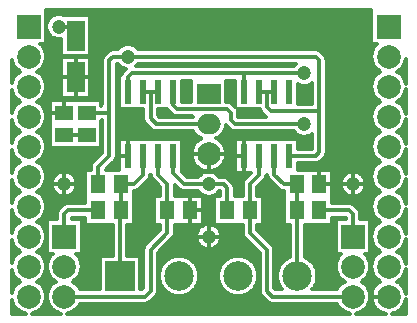
<source format=gbr>
G04 DipTrace 3.1.0.1*
G04 Âåðõíèé.gbr*
%MOIN*%
G04 #@! TF.FileFunction,Copper,L1,Top*
G04 #@! TF.Part,Single*
G04 #@! TA.AperFunction,CopperBalancing*
%ADD14C,0.011811*%
%ADD17R,0.062992X0.100394*%
%ADD18R,0.059055X0.051181*%
G04 #@! TA.AperFunction,ComponentPad*
%ADD19R,0.098425X0.098425*%
%ADD20C,0.098425*%
%ADD21R,0.07874X0.066929*%
%ADD22O,0.07874X0.066929*%
%ADD23C,0.07874*%
%ADD24R,0.07874X0.07874*%
%ADD25R,0.051181X0.059055*%
%ADD26R,0.023622X0.07874*%
G04 #@! TA.AperFunction,ViaPad*
%ADD27C,0.047244*%
%FSLAX26Y26*%
G04*
G70*
G90*
G75*
G01*
G04 Top*
%LPD*%
X368651Y-587500D2*
D14*
Y-675000D1*
X443749Y-493849D2*
Y-556251D1*
X412500Y-587500D1*
X368651D1*
X367224Y-893755D2*
Y-676427D1*
X368651Y-675000D1*
X493749Y-493849D2*
Y-556249D1*
X525000Y-587500D1*
Y-674902D1*
X525098Y-675000D1*
Y-750035D1*
X468799Y-806335D1*
Y-943849D1*
X450148Y-962500D1*
X181252D1*
X443749Y-281251D2*
X493749D1*
X443749D2*
X468799D1*
Y-368789D1*
X487551Y-387541D1*
X662570D1*
X981353D2*
X750079D1*
X737577Y-375039D1*
Y-350037D1*
X725076Y-337535D1*
X556308D1*
X543749Y-324976D1*
Y-281251D1*
X781249D2*
Y-218773D1*
X406293D1*
X393749Y-231316D1*
Y-281251D1*
X981353Y-218773D2*
X781249D1*
X293848Y-587500D2*
Y-531239D1*
X331285Y-493802D1*
Y-350139D1*
Y-175018D1*
X343786Y-162517D1*
X393791D1*
X881249Y-281251D2*
X856340D1*
X831249D1*
X725098Y-675000D2*
Y-600085D1*
X712575Y-587562D1*
X662570D1*
X543749Y-493849D2*
Y-550000D1*
X581311Y-587562D1*
X662570D1*
X393791Y-162517D2*
X1018857D1*
X1031358Y-175018D1*
Y-343786D1*
Y-481301D1*
X1018857Y-493802D1*
X931297D1*
X931249Y-493849D1*
X856340Y-281251D2*
Y-331285D1*
X868841Y-343786D1*
X1031358D1*
X162517Y-62507D2*
X206272D1*
X237385Y-93619D1*
X218773D1*
X256277Y-350139D2*
X331285D1*
X799902Y-675000D2*
Y-587598D1*
X831249Y-556251D1*
Y-493849D1*
X799902Y-675000D2*
Y-749896D1*
X856340Y-806335D1*
Y-943849D1*
X875092Y-962601D1*
X1143647D1*
X1143748Y-962500D1*
X881249Y-493849D2*
Y-556249D1*
X912500Y-587500D1*
X956348D1*
Y-675000D2*
Y-587500D1*
X957776Y-893755D2*
Y-676428D1*
X956348Y-675000D1*
X1031151D2*
X1131298D1*
X1143870Y-687572D1*
Y-762378D1*
X1143748Y-762500D1*
X181252D2*
Y-687589D1*
X193841Y-675000D1*
X293848D1*
X181269Y-424942D2*
X256277D1*
D27*
X181269Y-587562D3*
X393791Y-162517D3*
X662570Y-587562D3*
X981353Y-387541D3*
Y-218773D3*
X162517Y-62507D3*
X662570Y-762580D3*
X1143870Y-587562D3*
X121240Y-17585D2*
D14*
X1203762D1*
X121240Y-29265D2*
X135972D1*
X269639D2*
X1203762D1*
X121240Y-40945D2*
X125524D1*
X269639D2*
X1203762D1*
X269639Y-52625D2*
X1203762D1*
X269639Y-64304D2*
X1203762D1*
X269639Y-75984D2*
X1203762D1*
X121240Y-87664D2*
X127950D1*
X269639D2*
X1203762D1*
X121240Y-99344D2*
X141555D1*
X269639D2*
X1203762D1*
X121240Y-111024D2*
X167899D1*
X269639D2*
X1203762D1*
X105255Y-122703D2*
X167899D1*
X269639D2*
X379852D1*
X407751D2*
X1219726D1*
X113906Y-134383D2*
X167899D1*
X269639D2*
X361673D1*
X425906D2*
X1211098D1*
X118841Y-146063D2*
X167899D1*
X269639D2*
X324995D1*
X1037656D2*
X1206161D1*
X121033Y-157743D2*
X167899D1*
X269639D2*
X313299D1*
X1049328D2*
X1203948D1*
X120825Y-169423D2*
X167899D1*
X269639D2*
X306678D1*
X1055972D2*
X1204177D1*
X118150Y-181102D2*
X167899D1*
X269639D2*
X306009D1*
X1056642D2*
X1206853D1*
X7098Y-192782D2*
X12364D1*
X112636D2*
X167899D1*
X269639D2*
X306009D1*
X356562D2*
X363762D1*
X423829D2*
X947427D1*
X1056642D2*
X1212367D1*
X1312631D2*
X1318073D1*
X7098Y-204462D2*
X21921D1*
X103085D2*
X167899D1*
X269639D2*
X306009D1*
X356562D2*
X385341D1*
X1056642D2*
X1221917D1*
X1303081D2*
X1318043D1*
X7098Y-216142D2*
X27205D1*
X97803D2*
X167899D1*
X269639D2*
X306009D1*
X356562D2*
X373853D1*
X1056642D2*
X1227199D1*
X1297798D2*
X1318043D1*
X7098Y-227822D2*
X15360D1*
X109614D2*
X167899D1*
X269639D2*
X306009D1*
X356562D2*
X362585D1*
X1056642D2*
X1215388D1*
X1309609D2*
X1318043D1*
X116442Y-239501D2*
X167899D1*
X269639D2*
X306009D1*
X356562D2*
X362585D1*
X1056642D2*
X1208560D1*
X120110Y-251181D2*
X167899D1*
X269639D2*
X306009D1*
X356562D2*
X362585D1*
X574927D2*
X603823D1*
X721319D2*
X750076D1*
X1056642D2*
X1204892D1*
X121240Y-262861D2*
X167899D1*
X269639D2*
X306009D1*
X356562D2*
X362585D1*
X574927D2*
X603823D1*
X721319D2*
X750076D1*
X962430D2*
X1006089D1*
X1056642D2*
X1203762D1*
X119972Y-274541D2*
X167899D1*
X269639D2*
X306009D1*
X356562D2*
X362585D1*
X574927D2*
X603823D1*
X721319D2*
X750076D1*
X962430D2*
X1006089D1*
X1056642D2*
X1205031D1*
X116119Y-286220D2*
X167899D1*
X269639D2*
X306009D1*
X356562D2*
X362585D1*
X574927D2*
X603823D1*
X721319D2*
X750076D1*
X962430D2*
X1006089D1*
X1056642D2*
X1208883D1*
X7098Y-297900D2*
X15913D1*
X109060D2*
X167899D1*
X269639D2*
X306009D1*
X356562D2*
X362585D1*
X574927D2*
X603823D1*
X721319D2*
X750076D1*
X962430D2*
X1006089D1*
X1056642D2*
X1215942D1*
X1309056D2*
X1318043D1*
X7098Y-309580D2*
X28197D1*
X96789D2*
X132374D1*
X356562D2*
X362585D1*
X574927D2*
X603823D1*
X721319D2*
X750076D1*
X962430D2*
X1006089D1*
X1056642D2*
X1228215D1*
X1296783D2*
X1318043D1*
X7098Y-321260D2*
X21160D1*
X103824D2*
X132374D1*
X356562D2*
X362585D1*
X744064D2*
X750076D1*
X1056642D2*
X1221156D1*
X1303843D2*
X1318043D1*
X7098Y-332940D2*
X11949D1*
X113075D2*
X132374D1*
X356562D2*
X362585D1*
X1056642D2*
X1211929D1*
X1313070D2*
X1318041D1*
X118403Y-344619D2*
X132374D1*
X356562D2*
X443520D1*
X494072D2*
X528135D1*
X762243D2*
X835083D1*
X1056642D2*
X1206600D1*
X120895Y-356299D2*
X132374D1*
X356562D2*
X443520D1*
X494072D2*
X540016D1*
X762843D2*
X846087D1*
X1056642D2*
X1204085D1*
X120987Y-367979D2*
X132374D1*
X356562D2*
X443520D1*
X1056642D2*
X1204016D1*
X118634Y-379659D2*
X132374D1*
X356562D2*
X446104D1*
X1056642D2*
X1206369D1*
X7098Y-391339D2*
X11488D1*
X113490D2*
X132374D1*
X356562D2*
X456092D1*
X1056642D2*
X1211513D1*
X1313486D2*
X1318054D1*
X7098Y-403018D2*
X20445D1*
X104562D2*
X132374D1*
X356562D2*
X467765D1*
X718944D2*
X730307D1*
X1056642D2*
X1220441D1*
X1304558D2*
X1318043D1*
X7098Y-414698D2*
X29257D1*
X95751D2*
X132374D1*
X356562D2*
X611550D1*
X713591D2*
X948373D1*
X1056642D2*
X1229253D1*
X1295745D2*
X1318043D1*
X7098Y-426378D2*
X16512D1*
X108484D2*
X132374D1*
X356562D2*
X621424D1*
X703718D2*
X964681D1*
X998025D2*
X1006089D1*
X1056642D2*
X1216496D1*
X1308503D2*
X1318043D1*
X115797Y-438058D2*
X132374D1*
X356562D2*
X362585D1*
X574927D2*
X631990D1*
X693152D2*
X750076D1*
X962430D2*
X1006089D1*
X1056642D2*
X1209206D1*
X119811Y-449738D2*
X132374D1*
X356562D2*
X362585D1*
X574927D2*
X617987D1*
X707155D2*
X750076D1*
X962430D2*
X1006089D1*
X1056642D2*
X1205193D1*
X121240Y-461417D2*
X132374D1*
X356562D2*
X362585D1*
X574927D2*
X610097D1*
X715045D2*
X750076D1*
X962430D2*
X1006089D1*
X1056642D2*
X1203762D1*
X120248Y-473097D2*
X306009D1*
X356562D2*
X362585D1*
X574927D2*
X605668D1*
X719474D2*
X750076D1*
X1056642D2*
X1204755D1*
X116765Y-484777D2*
X305063D1*
X356562D2*
X362585D1*
X574927D2*
X603891D1*
X721249D2*
X750076D1*
X1056387D2*
X1208238D1*
X7098Y-496457D2*
X14853D1*
X110168D2*
X293367D1*
X356423D2*
X362555D1*
X574927D2*
X604514D1*
X720604D2*
X750076D1*
X1051266D2*
X1214835D1*
X1310163D2*
X1318043D1*
X7098Y-508136D2*
X26236D1*
X98749D2*
X281696D1*
X351832D2*
X362573D1*
X574927D2*
X607652D1*
X717490D2*
X750076D1*
X1039778D2*
X1226231D1*
X1298768D2*
X1318043D1*
X7098Y-519816D2*
X22706D1*
X102302D2*
X271453D1*
X340529D2*
X362573D1*
X574927D2*
X613719D1*
X711400D2*
X750076D1*
X962430D2*
X1222702D1*
X1302297D2*
X1318043D1*
X7098Y-531496D2*
X12825D1*
X112175D2*
X268570D1*
X328856D2*
X362573D1*
X574927D2*
X624238D1*
X700903D2*
X750076D1*
X962430D2*
X1212828D1*
X1312171D2*
X1318043D1*
X117896Y-543176D2*
X248892D1*
X574927D2*
X646638D1*
X678504D2*
X750076D1*
X1076112D2*
X1207108D1*
X120734Y-554856D2*
X154034D1*
X208508D2*
X248892D1*
X583854D2*
X635333D1*
X689807D2*
X797390D1*
X1076112D2*
X1116633D1*
X1171106D2*
X1204270D1*
X121102Y-566535D2*
X143954D1*
X218589D2*
X248892D1*
X466713D2*
X470787D1*
X725517D2*
X785717D1*
X854217D2*
X858283D1*
X1076112D2*
X1106552D1*
X1181188D2*
X1203900D1*
X119049Y-578215D2*
X139340D1*
X223203D2*
X248892D1*
X457047D2*
X480453D1*
X738482D2*
X776535D1*
X844550D2*
X867955D1*
X1076112D2*
X1101938D1*
X1185802D2*
X1205954D1*
X7098Y-589895D2*
X10705D1*
X114297D2*
X138348D1*
X224196D2*
X248892D1*
X445352D2*
X492148D1*
X748125D2*
X774621D1*
X832854D2*
X879629D1*
X1076112D2*
X1100946D1*
X1186794D2*
X1210706D1*
X1314293D2*
X1318064D1*
X7098Y-601575D2*
X19062D1*
X105946D2*
X140701D1*
X221843D2*
X248892D1*
X433678D2*
X499715D1*
X550266D2*
X560062D1*
X750386D2*
X774621D1*
X825173D2*
X891324D1*
X1076112D2*
X1103299D1*
X1184441D2*
X1219056D1*
X1305942D2*
X1318043D1*
X7098Y-613255D2*
X31518D1*
X93490D2*
X147091D1*
X215429D2*
X248892D1*
X413610D2*
X499715D1*
X550266D2*
X628413D1*
X750386D2*
X774621D1*
X825173D2*
X911394D1*
X1076112D2*
X1109713D1*
X1178028D2*
X1231513D1*
X1293484D2*
X1318043D1*
X7098Y-624934D2*
X17701D1*
X107285D2*
X161348D1*
X201196D2*
X248892D1*
X413610D2*
X499715D1*
X550266D2*
X642647D1*
X682495D2*
X699833D1*
X750386D2*
X774621D1*
X825173D2*
X911394D1*
X1076112D2*
X1123946D1*
X1163794D2*
X1217719D1*
X1307303D2*
X1318043D1*
X115081Y-636614D2*
X248892D1*
X413610D2*
X480130D1*
X644870D2*
X680133D1*
X844874D2*
X911394D1*
X1076112D2*
X1209899D1*
X119465Y-648294D2*
X248892D1*
X413610D2*
X480130D1*
X644870D2*
X680133D1*
X844874D2*
X911394D1*
X1076112D2*
X1205539D1*
X121194Y-659974D2*
X173619D1*
X413610D2*
X480130D1*
X644870D2*
X680133D1*
X844874D2*
X911394D1*
X1151522D2*
X1203808D1*
X120503Y-671654D2*
X161993D1*
X413610D2*
X480130D1*
X644870D2*
X680133D1*
X844874D2*
X911394D1*
X1163148D2*
X1204500D1*
X117343Y-683333D2*
X156365D1*
X413610D2*
X480130D1*
X644870D2*
X680133D1*
X844874D2*
X911394D1*
X1168777D2*
X1207661D1*
X7098Y-695013D2*
X13839D1*
X111182D2*
X155972D1*
X413610D2*
X480130D1*
X644870D2*
X680133D1*
X844874D2*
X911394D1*
X1169146D2*
X1213820D1*
X1311178D2*
X1318043D1*
X7098Y-706693D2*
X24437D1*
X100549D2*
X122524D1*
X239997D2*
X248892D1*
X413610D2*
X480130D1*
X644870D2*
X680133D1*
X844874D2*
X911394D1*
X1076112D2*
X1085000D1*
X1202480D2*
X1224432D1*
X1300567D2*
X1318043D1*
X7098Y-718373D2*
X24367D1*
X100640D2*
X122524D1*
X239997D2*
X248892D1*
X413610D2*
X480130D1*
X644870D2*
X680133D1*
X844874D2*
X911394D1*
X1076112D2*
X1085000D1*
X1202480D2*
X1224362D1*
X1300636D2*
X1318043D1*
X7098Y-730052D2*
X13793D1*
X111228D2*
X122524D1*
X239997D2*
X341950D1*
X392503D2*
X499831D1*
X550382D2*
X635126D1*
X690016D2*
X774621D1*
X825173D2*
X932501D1*
X983054D2*
X1085007D1*
X1202480D2*
X1213774D1*
X1311224D2*
X1318043D1*
X117365Y-741732D2*
X122513D1*
X239997D2*
X341950D1*
X392503D2*
X498146D1*
X550382D2*
X625138D1*
X700004D2*
X774621D1*
X826996D2*
X932501D1*
X983054D2*
X1085007D1*
X1202480D2*
X1207644D1*
X239997Y-753412D2*
X341950D1*
X392503D2*
X486474D1*
X550129D2*
X620593D1*
X704549D2*
X774874D1*
X838668D2*
X932501D1*
X983054D2*
X1085007D1*
X239997Y-765092D2*
X341950D1*
X392503D2*
X474778D1*
X545100D2*
X619647D1*
X705495D2*
X780018D1*
X850364D2*
X932501D1*
X983054D2*
X1085007D1*
X239997Y-776772D2*
X341950D1*
X392503D2*
X463105D1*
X533612D2*
X622070D1*
X703072D2*
X791530D1*
X862037D2*
X932501D1*
X983054D2*
X1085007D1*
X115058Y-788451D2*
X122497D1*
X239997D2*
X341950D1*
X392503D2*
X451433D1*
X521938D2*
X628551D1*
X696589D2*
X803202D1*
X873709D2*
X932501D1*
X983054D2*
X1085007D1*
X1202480D2*
X1209945D1*
X7098Y-800131D2*
X17769D1*
X107238D2*
X122524D1*
X239997D2*
X341950D1*
X392503D2*
X444328D1*
X510266D2*
X642992D1*
X682126D2*
X814875D1*
X880814D2*
X932501D1*
X983054D2*
X1085007D1*
X1202480D2*
X1217765D1*
X1307234D2*
X1318043D1*
X7098Y-811811D2*
X31634D1*
X93374D2*
X122524D1*
X239997D2*
X341950D1*
X392503D2*
X443520D1*
X498571D2*
X826571D1*
X881622D2*
X932501D1*
X983054D2*
X1085007D1*
X1202480D2*
X1231629D1*
X1293369D2*
X1318043D1*
X7098Y-823491D2*
X18992D1*
X106016D2*
X137748D1*
X224748D2*
X341950D1*
X392503D2*
X443520D1*
X494072D2*
X831070D1*
X881622D2*
X932501D1*
X983054D2*
X1100231D1*
X1187255D2*
X1218988D1*
X1306010D2*
X1318043D1*
X7098Y-835171D2*
X10659D1*
X114343D2*
X129421D1*
X233100D2*
X298651D1*
X435802D2*
X443520D1*
X494072D2*
X529566D1*
X598594D2*
X726408D1*
X795438D2*
X831070D1*
X881622D2*
X923274D1*
X992281D2*
X1091904D1*
X1195583D2*
X1210660D1*
X1314339D2*
X1318043D1*
X119072Y-846850D2*
X124692D1*
X237828D2*
X298651D1*
X435802D2*
X443520D1*
X494072D2*
X514479D1*
X613659D2*
X711344D1*
X810501D2*
X831070D1*
X881622D2*
X908186D1*
X1007367D2*
X1087175D1*
X1200311D2*
X1205923D1*
X239858Y-858530D2*
X298651D1*
X435802D2*
X443520D1*
X494072D2*
X505436D1*
X622724D2*
X702278D1*
X819567D2*
X831070D1*
X881622D2*
X899121D1*
X1016409D2*
X1085144D1*
X239466Y-870210D2*
X298651D1*
X435802D2*
X443520D1*
X494072D2*
X499741D1*
X628423D2*
X696580D1*
X825265D2*
X831076D1*
X881622D2*
X893446D1*
X1022108D2*
X1085537D1*
X117873Y-881890D2*
X125869D1*
X236629D2*
X298651D1*
X435802D2*
X443520D1*
X631606D2*
X693398D1*
X881622D2*
X890265D1*
X1025315D2*
X1088374D1*
X1199135D2*
X1207130D1*
X7098Y-893570D2*
X12871D1*
X112129D2*
X131612D1*
X230885D2*
X298651D1*
X435802D2*
X443520D1*
X632667D2*
X692336D1*
X881622D2*
X889206D1*
X1026353D2*
X1094118D1*
X1193391D2*
X1212874D1*
X1312123D2*
X1318043D1*
X7098Y-905249D2*
X22776D1*
X102232D2*
X141531D1*
X220966D2*
X298651D1*
X435802D2*
X443520D1*
X631676D2*
X693328D1*
X881622D2*
X890176D1*
X1025361D2*
X1104014D1*
X1183471D2*
X1222770D1*
X1302227D2*
X1318043D1*
X7098Y-916929D2*
X26167D1*
X98841D2*
X144899D1*
X217597D2*
X298651D1*
X435802D2*
X443520D1*
X494072D2*
X499600D1*
X628538D2*
X696442D1*
X825404D2*
X831050D1*
X881622D2*
X893308D1*
X1022247D2*
X1107406D1*
X1180080D2*
X1226161D1*
X1298836D2*
X1318043D1*
X7098Y-928609D2*
X14807D1*
X110214D2*
X133550D1*
X228948D2*
X298651D1*
X435802D2*
X443520D1*
X494072D2*
X505205D1*
X622955D2*
X702047D1*
X819798D2*
X831070D1*
X881622D2*
X898913D1*
X1016640D2*
X1096033D1*
X1191453D2*
X1214789D1*
X1310209D2*
X1318043D1*
X116789Y-940289D2*
X126975D1*
X494072D2*
X514133D1*
X614005D2*
X710975D1*
X810870D2*
X831070D1*
X1198028D2*
X1208215D1*
X492665Y-951969D2*
X528920D1*
X599218D2*
X725762D1*
X796084D2*
X832476D1*
X484245Y-963648D2*
X840874D1*
X119787Y-975328D2*
X123945D1*
X472572D2*
X852570D1*
X1201050D2*
X1205224D1*
X115773Y-987008D2*
X127991D1*
X234507D2*
X1090496D1*
X1197013D2*
X1209230D1*
X7098Y-998688D2*
X16547D1*
X108437D2*
X135303D1*
X227194D2*
X1097810D1*
X1189699D2*
X1216566D1*
X1308433D2*
X1318043D1*
X7098Y-1010367D2*
X29350D1*
X95635D2*
X148106D1*
X214391D2*
X1110613D1*
X1176898D2*
X1229345D1*
X1295654D2*
X1318043D1*
X181475Y-25234D2*
X268458D1*
Y-162005D1*
X169088D1*
X169058Y-103803D1*
X162517Y-104318D1*
X155976Y-103803D1*
X149597Y-102272D1*
X143535Y-99760D1*
X137941Y-96332D1*
X132953Y-92071D1*
X128692Y-87083D1*
X125264Y-81488D1*
X122752Y-75427D1*
X121220Y-69047D1*
X120706Y-62507D1*
X121220Y-55966D1*
X122752Y-49587D1*
X125264Y-43525D1*
X128692Y-37930D1*
X132953Y-32942D1*
X137941Y-28681D1*
X143535Y-25253D1*
X149597Y-22741D1*
X155976Y-21210D1*
X162517Y-20696D1*
X169058Y-21210D1*
X175437Y-22741D1*
X181465Y-25236D1*
X170269Y-163029D2*
X268458D1*
Y-299801D1*
X169088D1*
Y-163029D1*
X170269D1*
X134734Y-306360D2*
X303993D1*
Y-326037D1*
X307190Y-320612D1*
X307265Y-173127D1*
X307856Y-169394D1*
X309024Y-165798D1*
X310740Y-162429D1*
X312963Y-159370D1*
X326748Y-145479D1*
X329623Y-143024D1*
X332848Y-141049D1*
X336340Y-139602D1*
X340017Y-138719D1*
X343786Y-138423D1*
X359634D1*
X361997Y-135364D1*
X366638Y-130723D1*
X371945Y-126867D1*
X377791Y-123888D1*
X384030Y-121861D1*
X390510Y-120835D1*
X397072D1*
X403552Y-121861D1*
X409791Y-123888D1*
X415638Y-126867D1*
X420945Y-130723D1*
X425585Y-135364D1*
X427938Y-138421D1*
X1020748Y-138497D1*
X1024482Y-139088D1*
X1028077Y-140257D1*
X1031446Y-141974D1*
X1034505Y-144196D1*
X1048396Y-157980D1*
X1050852Y-160856D1*
X1052827Y-164080D1*
X1054273Y-167572D1*
X1055156Y-171249D1*
X1055453Y-175018D1*
X1055378Y-483192D1*
X1054787Y-486925D1*
X1053618Y-490521D1*
X1051903Y-493890D1*
X1049680Y-496949D1*
X1035895Y-510840D1*
X1033020Y-513295D1*
X1029795Y-515270D1*
X1026303Y-516717D1*
X1022626Y-517600D1*
X1018857Y-517896D1*
X961255D1*
X961249Y-539798D1*
X1074930Y-539783D1*
Y-650883D1*
X1133189Y-650980D1*
X1136923Y-651571D1*
X1140518Y-652740D1*
X1143887Y-654455D1*
X1146946Y-656678D1*
X1160908Y-670534D1*
X1163364Y-673409D1*
X1165339Y-676634D1*
X1166785Y-680126D1*
X1167668Y-683803D1*
X1167965Y-687572D1*
Y-704942D1*
X1201307Y-704941D1*
Y-820059D1*
X1182644D1*
X1187516Y-825118D1*
X1190314Y-828668D1*
X1192825Y-832425D1*
X1195034Y-836369D1*
X1196925Y-840474D1*
X1198490Y-844714D1*
X1199717Y-849063D1*
X1200598Y-853496D1*
X1201130Y-857984D1*
X1201307Y-862500D1*
X1201130Y-867016D1*
X1200598Y-871504D1*
X1199717Y-875937D1*
X1198490Y-880286D1*
X1196925Y-884526D1*
X1195034Y-888631D1*
X1192825Y-892575D1*
X1190314Y-896332D1*
X1187516Y-899882D1*
X1184449Y-903201D1*
X1181130Y-906268D1*
X1177580Y-909066D1*
X1172205Y-912483D1*
X1177580Y-915934D1*
X1181130Y-918732D1*
X1184449Y-921799D1*
X1187516Y-925118D1*
X1190314Y-928668D1*
X1192825Y-932425D1*
X1195034Y-936369D1*
X1196925Y-940474D1*
X1198490Y-944714D1*
X1199717Y-949063D1*
X1200598Y-953496D1*
X1201130Y-957984D1*
X1201307Y-962500D1*
X1201130Y-967016D1*
X1200598Y-971504D1*
X1199717Y-975937D1*
X1198490Y-980286D1*
X1196925Y-984526D1*
X1195034Y-988631D1*
X1192825Y-992575D1*
X1190314Y-996332D1*
X1187516Y-999882D1*
X1184449Y-1003201D1*
X1181130Y-1006268D1*
X1177580Y-1009066D1*
X1173823Y-1011577D1*
X1169879Y-1013786D1*
X1165774Y-1015677D1*
X1161534Y-1017241D1*
X1157185Y-1018469D1*
X1153497Y-1019202D1*
X1252570Y-1019196D1*
X1246815Y-1017881D1*
X1241226Y-1015983D1*
X1235860Y-1013524D1*
X1230774Y-1010526D1*
X1226022Y-1007025D1*
X1221654Y-1003054D1*
X1217715Y-998657D1*
X1214248Y-993881D1*
X1211287Y-988773D1*
X1208866Y-983390D1*
X1207008Y-977787D1*
X1205734Y-972024D1*
X1205058Y-966159D1*
X1204984Y-960257D1*
X1205517Y-954378D1*
X1206648Y-948584D1*
X1208367Y-942937D1*
X1210656Y-937496D1*
X1213490Y-932318D1*
X1216839Y-927457D1*
X1220667Y-922965D1*
X1224937Y-918887D1*
X1229601Y-915270D1*
X1233990Y-912501D1*
X1228668Y-909066D1*
X1225118Y-906268D1*
X1221799Y-903201D1*
X1218732Y-899882D1*
X1215934Y-896332D1*
X1213423Y-892575D1*
X1211214Y-888631D1*
X1209323Y-884526D1*
X1207759Y-880286D1*
X1206531Y-875937D1*
X1205650Y-871504D1*
X1205118Y-867016D1*
X1204941Y-862500D1*
X1205118Y-857984D1*
X1205650Y-853496D1*
X1206531Y-849063D1*
X1207759Y-844714D1*
X1209323Y-840474D1*
X1211214Y-836369D1*
X1213423Y-832425D1*
X1215934Y-828668D1*
X1218732Y-825118D1*
X1221799Y-821799D1*
X1225118Y-818732D1*
X1228668Y-815934D1*
X1234043Y-812517D1*
X1228668Y-809066D1*
X1225118Y-806268D1*
X1221799Y-803201D1*
X1218732Y-799882D1*
X1215934Y-796332D1*
X1213423Y-792575D1*
X1211214Y-788631D1*
X1209323Y-784526D1*
X1207759Y-780286D1*
X1206531Y-775937D1*
X1205650Y-771504D1*
X1205118Y-767016D1*
X1204941Y-762500D1*
X1205118Y-757984D1*
X1205650Y-753496D1*
X1206531Y-749063D1*
X1207759Y-744714D1*
X1209323Y-740474D1*
X1211214Y-736369D1*
X1213423Y-732425D1*
X1215934Y-728668D1*
X1218732Y-725118D1*
X1221799Y-721799D1*
X1225118Y-718732D1*
X1228668Y-715934D1*
X1234043Y-712517D1*
X1228668Y-709066D1*
X1225118Y-706268D1*
X1221799Y-703201D1*
X1218732Y-699882D1*
X1215934Y-696332D1*
X1213423Y-692575D1*
X1211214Y-688631D1*
X1209323Y-684526D1*
X1207759Y-680286D1*
X1206531Y-675937D1*
X1205650Y-671504D1*
X1205118Y-667016D1*
X1204941Y-662500D1*
X1205118Y-657984D1*
X1205650Y-653496D1*
X1206531Y-649063D1*
X1207759Y-644714D1*
X1209323Y-640474D1*
X1211214Y-636369D1*
X1213423Y-632425D1*
X1215934Y-628668D1*
X1218732Y-625118D1*
X1221799Y-621799D1*
X1225118Y-618732D1*
X1228668Y-615934D1*
X1234043Y-612517D1*
X1228668Y-609066D1*
X1225118Y-606268D1*
X1221799Y-603201D1*
X1218732Y-599882D1*
X1215934Y-596332D1*
X1213423Y-592575D1*
X1211214Y-588631D1*
X1209323Y-584526D1*
X1207759Y-580286D1*
X1206531Y-575937D1*
X1205650Y-571504D1*
X1205118Y-567016D1*
X1204941Y-562500D1*
X1205118Y-557984D1*
X1205650Y-553496D1*
X1206531Y-549063D1*
X1207759Y-544714D1*
X1209323Y-540474D1*
X1211214Y-536369D1*
X1213423Y-532425D1*
X1215934Y-528668D1*
X1218732Y-525118D1*
X1221799Y-521799D1*
X1225118Y-518732D1*
X1228668Y-515934D1*
X1234043Y-512517D1*
X1228668Y-509066D1*
X1225118Y-506268D1*
X1221799Y-503201D1*
X1218732Y-499882D1*
X1215934Y-496332D1*
X1213423Y-492575D1*
X1211214Y-488631D1*
X1209323Y-484526D1*
X1207759Y-480286D1*
X1206531Y-475937D1*
X1205650Y-471504D1*
X1205118Y-467016D1*
X1204941Y-462500D1*
X1205118Y-457984D1*
X1205650Y-453496D1*
X1206531Y-449063D1*
X1207759Y-444714D1*
X1209323Y-440474D1*
X1211214Y-436369D1*
X1213423Y-432425D1*
X1215934Y-428668D1*
X1218732Y-425118D1*
X1221799Y-421799D1*
X1225118Y-418732D1*
X1228668Y-415934D1*
X1234043Y-412517D1*
X1228668Y-409066D1*
X1225118Y-406268D1*
X1221799Y-403201D1*
X1218732Y-399882D1*
X1215934Y-396332D1*
X1213423Y-392575D1*
X1211214Y-388631D1*
X1209323Y-384526D1*
X1207759Y-380286D1*
X1206531Y-375937D1*
X1205650Y-371504D1*
X1205118Y-367016D1*
X1204941Y-362500D1*
X1205118Y-357984D1*
X1205650Y-353496D1*
X1206531Y-349063D1*
X1207759Y-344714D1*
X1209323Y-340474D1*
X1211214Y-336369D1*
X1213423Y-332425D1*
X1215934Y-328668D1*
X1218732Y-325118D1*
X1221799Y-321799D1*
X1225118Y-318732D1*
X1228668Y-315934D1*
X1234043Y-312517D1*
X1228668Y-309066D1*
X1225118Y-306268D1*
X1221799Y-303201D1*
X1218732Y-299882D1*
X1215934Y-296332D1*
X1213423Y-292575D1*
X1211214Y-288631D1*
X1209323Y-284526D1*
X1207759Y-280286D1*
X1206531Y-275937D1*
X1205650Y-271504D1*
X1205118Y-267016D1*
X1204941Y-262500D1*
X1205118Y-257984D1*
X1205650Y-253496D1*
X1206531Y-249063D1*
X1207759Y-244714D1*
X1209323Y-240474D1*
X1211214Y-236369D1*
X1213423Y-232425D1*
X1215934Y-228668D1*
X1218732Y-225118D1*
X1221799Y-221799D1*
X1225118Y-218732D1*
X1228668Y-215934D1*
X1234043Y-212517D1*
X1228668Y-209066D1*
X1225118Y-206268D1*
X1221799Y-203201D1*
X1218732Y-199882D1*
X1215934Y-196332D1*
X1213423Y-192575D1*
X1211214Y-188631D1*
X1209323Y-184526D1*
X1207759Y-180286D1*
X1206531Y-175937D1*
X1205650Y-171504D1*
X1205118Y-167016D1*
X1204941Y-162500D1*
X1205118Y-157984D1*
X1205650Y-153496D1*
X1206531Y-149063D1*
X1207759Y-144714D1*
X1209323Y-140474D1*
X1211214Y-136369D1*
X1213423Y-132425D1*
X1215934Y-128668D1*
X1218732Y-125118D1*
X1223680Y-120062D1*
X1204941Y-120059D1*
Y-5908D1*
X120068Y-5906D1*
X120059Y-120059D1*
X101396D1*
X106268Y-125118D1*
X109066Y-128668D1*
X111577Y-132425D1*
X113786Y-136369D1*
X115677Y-140474D1*
X117241Y-144714D1*
X118469Y-149063D1*
X119350Y-153496D1*
X119882Y-157984D1*
X120059Y-162500D1*
X119882Y-167016D1*
X119350Y-171504D1*
X118469Y-175937D1*
X117241Y-180286D1*
X115677Y-184526D1*
X113786Y-188631D1*
X111577Y-192575D1*
X109066Y-196332D1*
X106268Y-199882D1*
X103201Y-203201D1*
X99882Y-206268D1*
X96332Y-209066D1*
X90957Y-212483D1*
X96332Y-215934D1*
X99882Y-218732D1*
X103201Y-221799D1*
X106268Y-225118D1*
X109066Y-228668D1*
X111577Y-232425D1*
X113786Y-236369D1*
X115677Y-240474D1*
X117241Y-244714D1*
X118469Y-249063D1*
X119350Y-253496D1*
X119882Y-257984D1*
X120059Y-262500D1*
X119882Y-267016D1*
X119350Y-271504D1*
X118469Y-275937D1*
X117241Y-280286D1*
X115677Y-284526D1*
X113786Y-288631D1*
X111577Y-292575D1*
X109066Y-296332D1*
X106268Y-299882D1*
X103201Y-303201D1*
X99882Y-306268D1*
X96332Y-309066D1*
X90957Y-312483D1*
X96332Y-315934D1*
X99882Y-318732D1*
X103201Y-321799D1*
X106268Y-325118D1*
X109066Y-328668D1*
X111577Y-332425D1*
X113786Y-336369D1*
X115677Y-340474D1*
X117241Y-344714D1*
X118469Y-349063D1*
X119350Y-353496D1*
X119882Y-357984D1*
X120059Y-362500D1*
X119882Y-367016D1*
X119350Y-371504D1*
X118469Y-375937D1*
X117241Y-380286D1*
X115677Y-384526D1*
X113786Y-388631D1*
X111577Y-392575D1*
X109066Y-396332D1*
X106268Y-399882D1*
X103201Y-403201D1*
X99882Y-406268D1*
X96332Y-409066D1*
X90957Y-412483D1*
X96332Y-415934D1*
X99882Y-418732D1*
X103201Y-421799D1*
X106268Y-425118D1*
X109066Y-428668D1*
X111577Y-432425D1*
X113786Y-436369D1*
X115677Y-440474D1*
X117241Y-444714D1*
X118469Y-449063D1*
X119350Y-453496D1*
X119882Y-457984D1*
X120059Y-462500D1*
X119882Y-467016D1*
X119350Y-471504D1*
X118469Y-475937D1*
X117241Y-480286D1*
X115677Y-484526D1*
X113786Y-488631D1*
X111577Y-492575D1*
X109066Y-496332D1*
X106268Y-499882D1*
X103201Y-503201D1*
X99882Y-506268D1*
X96332Y-509066D1*
X90957Y-512483D1*
X96332Y-515934D1*
X99882Y-518732D1*
X103201Y-521799D1*
X106268Y-525118D1*
X109066Y-528668D1*
X111577Y-532425D1*
X113786Y-536369D1*
X115677Y-540474D1*
X117241Y-544714D1*
X118469Y-549063D1*
X119350Y-553496D1*
X119882Y-557984D1*
X120059Y-562500D1*
X119882Y-567016D1*
X119350Y-571504D1*
X118469Y-575937D1*
X117241Y-580286D1*
X115677Y-584526D1*
X113786Y-588631D1*
X111577Y-592575D1*
X109066Y-596332D1*
X106268Y-599882D1*
X103201Y-603201D1*
X99882Y-606268D1*
X96332Y-609066D1*
X90957Y-612483D1*
X96332Y-615934D1*
X99882Y-618732D1*
X103201Y-621799D1*
X106268Y-625118D1*
X109066Y-628668D1*
X111577Y-632425D1*
X113786Y-636369D1*
X115677Y-640474D1*
X117241Y-644714D1*
X118469Y-649063D1*
X119350Y-653496D1*
X119882Y-657984D1*
X120059Y-662500D1*
X119882Y-667016D1*
X119350Y-671504D1*
X118469Y-675937D1*
X117241Y-680286D1*
X115677Y-684526D1*
X113786Y-688631D1*
X111577Y-692575D1*
X109066Y-696332D1*
X106268Y-699882D1*
X103201Y-703201D1*
X99882Y-706268D1*
X96332Y-709066D1*
X90957Y-712483D1*
X96332Y-715934D1*
X99882Y-718732D1*
X103201Y-721799D1*
X106268Y-725118D1*
X109066Y-728668D1*
X111577Y-732425D1*
X113786Y-736369D1*
X115677Y-740474D1*
X117241Y-744714D1*
X118469Y-749063D1*
X119350Y-753496D1*
X119882Y-757984D1*
X120059Y-762500D1*
X119882Y-767016D1*
X119350Y-771504D1*
X118469Y-775937D1*
X117241Y-780286D1*
X115677Y-784526D1*
X113786Y-788631D1*
X111577Y-792575D1*
X109066Y-796332D1*
X106268Y-799882D1*
X103201Y-803201D1*
X99882Y-806268D1*
X96332Y-809066D1*
X90957Y-812483D1*
X96332Y-815934D1*
X99882Y-818732D1*
X103201Y-821799D1*
X106268Y-825118D1*
X109066Y-828668D1*
X111577Y-832425D1*
X113786Y-836369D1*
X115677Y-840474D1*
X117241Y-844714D1*
X118469Y-849063D1*
X119350Y-853496D1*
X119882Y-857984D1*
X120059Y-862500D1*
X119882Y-867016D1*
X119350Y-871504D1*
X118469Y-875937D1*
X117241Y-880286D1*
X115677Y-884526D1*
X113786Y-888631D1*
X111577Y-892575D1*
X109066Y-896332D1*
X106268Y-899882D1*
X103201Y-903201D1*
X99882Y-906268D1*
X96332Y-909066D1*
X90957Y-912483D1*
X96332Y-915934D1*
X99882Y-918732D1*
X103201Y-921799D1*
X106268Y-925118D1*
X109066Y-928668D1*
X111577Y-932425D1*
X113786Y-936369D1*
X115677Y-940474D1*
X117241Y-944714D1*
X118469Y-949063D1*
X119350Y-953496D1*
X119882Y-957984D1*
X120059Y-962500D1*
X119882Y-967016D1*
X119350Y-971504D1*
X118469Y-975937D1*
X117241Y-980286D1*
X115677Y-984526D1*
X113786Y-988631D1*
X111577Y-992575D1*
X109066Y-996332D1*
X106268Y-999882D1*
X103201Y-1003201D1*
X99882Y-1006268D1*
X96332Y-1009066D1*
X92575Y-1011577D1*
X88631Y-1013786D1*
X84526Y-1015677D1*
X80286Y-1017241D1*
X75937Y-1018469D1*
X72249Y-1019202D1*
X171375D1*
X163466Y-1017241D1*
X159226Y-1015677D1*
X155121Y-1013786D1*
X151177Y-1011577D1*
X147420Y-1009066D1*
X143870Y-1006268D1*
X140551Y-1003201D1*
X137484Y-999882D1*
X134686Y-996332D1*
X132175Y-992575D1*
X129966Y-988631D1*
X128075Y-984526D1*
X126510Y-980286D1*
X125283Y-975937D1*
X124402Y-971504D1*
X123870Y-967016D1*
X123693Y-962500D1*
X123870Y-957984D1*
X124402Y-953496D1*
X125283Y-949063D1*
X126510Y-944714D1*
X128075Y-940474D1*
X129966Y-936369D1*
X132175Y-932425D1*
X134686Y-928668D1*
X137484Y-925118D1*
X140551Y-921799D1*
X143870Y-918732D1*
X147420Y-915934D1*
X152795Y-912517D1*
X147420Y-909066D1*
X143870Y-906268D1*
X140551Y-903201D1*
X137484Y-899882D1*
X134686Y-896332D1*
X132175Y-892575D1*
X129966Y-888631D1*
X128075Y-884526D1*
X126510Y-880286D1*
X125283Y-875937D1*
X124402Y-871504D1*
X123870Y-867016D1*
X123693Y-862500D1*
X123870Y-857984D1*
X124402Y-853496D1*
X125283Y-849063D1*
X126510Y-844714D1*
X128075Y-840474D1*
X129966Y-836369D1*
X132175Y-832425D1*
X134686Y-828668D1*
X137484Y-825118D1*
X142432Y-820062D1*
X123693Y-820059D1*
Y-704941D1*
X157165D1*
X157232Y-685698D1*
X157823Y-681965D1*
X158991Y-678369D1*
X160707Y-675000D1*
X162930Y-671941D1*
X176803Y-657962D1*
X179678Y-655507D1*
X182903Y-653531D1*
X186395Y-652085D1*
X190072Y-651202D1*
X193841Y-650906D1*
X250059D1*
X250068Y-539783D1*
X269745D1*
X269828Y-529348D1*
X270419Y-525614D1*
X271588Y-522018D1*
X273303Y-518650D1*
X275526Y-515591D1*
X297689Y-493323D1*
X307199Y-483812D1*
X307190Y-374239D1*
X303993Y-377226D1*
Y-468722D1*
X133552D1*
Y-306360D1*
X134734D1*
X305728Y-826353D2*
X343122D1*
X343130Y-722702D1*
X250068Y-722717D1*
Y-699118D1*
X205335Y-699094D1*
X205346Y-704959D1*
X238811Y-704941D1*
Y-820059D1*
X220148D1*
X225020Y-825118D1*
X227818Y-828668D1*
X230329Y-832425D1*
X232538Y-836369D1*
X234429Y-840474D1*
X235993Y-844714D1*
X237220Y-849063D1*
X238102Y-853496D1*
X238634Y-857984D1*
X238811Y-862500D1*
X238634Y-867016D1*
X238102Y-871504D1*
X237220Y-875937D1*
X235993Y-880286D1*
X234429Y-884526D1*
X232538Y-888631D1*
X230329Y-892575D1*
X227818Y-896332D1*
X225020Y-899882D1*
X221953Y-903201D1*
X218634Y-906268D1*
X215084Y-909066D1*
X209709Y-912483D1*
X215084Y-915934D1*
X218634Y-918732D1*
X221953Y-921799D1*
X225020Y-925118D1*
X227818Y-928668D1*
X230329Y-932425D1*
X233476Y-938406D1*
X299801D1*
X299823Y-826353D1*
X305728D1*
X391335D2*
X434626D1*
Y-938396D1*
X440148Y-938406D1*
X444709Y-933865D1*
X444780Y-804444D1*
X445370Y-800710D1*
X446539Y-797114D1*
X448255Y-793745D1*
X450478Y-790686D1*
X472640Y-768419D1*
X501007Y-740051D1*
X501004Y-722699D1*
X481319Y-722717D1*
Y-627283D1*
X500904D1*
X500906Y-597461D1*
X475428Y-571898D1*
X473205Y-568839D1*
X471490Y-565470D1*
X470320Y-561874D1*
X469730Y-558140D1*
X469655Y-556241D1*
X467844Y-556251D1*
X467547Y-560020D1*
X466664Y-563697D1*
X465218Y-567189D1*
X463243Y-570413D1*
X460786Y-573287D1*
X428148Y-605822D1*
X425089Y-608043D1*
X421720Y-609760D1*
X418125Y-610929D1*
X414391Y-611520D1*
X412430Y-611594D1*
Y-722717D1*
X391323D1*
X391319Y-826348D1*
X631269Y-899043D2*
X630647Y-904298D1*
X629614Y-909490D1*
X628177Y-914583D1*
X626345Y-919549D1*
X624130Y-924354D1*
X621545Y-928972D1*
X618604Y-933373D1*
X615327Y-937529D1*
X611735Y-941415D1*
X607849Y-945007D1*
X603693Y-948283D1*
X599293Y-951224D1*
X594675Y-953810D1*
X589869Y-956025D1*
X584903Y-957857D1*
X579810Y-959294D1*
X574618Y-960327D1*
X569364Y-960949D1*
X564075Y-961156D1*
X558786Y-960949D1*
X553531Y-960327D1*
X548340Y-959294D1*
X543247Y-957857D1*
X538281Y-956025D1*
X533475Y-953810D1*
X528857Y-951224D1*
X524457Y-948283D1*
X520301Y-945007D1*
X516415Y-941415D1*
X512823Y-937529D1*
X509546Y-933373D1*
X506605Y-928972D1*
X504020Y-924354D1*
X501804Y-919549D1*
X499972Y-914583D1*
X498535Y-909490D1*
X497503Y-904298D1*
X496881Y-899043D1*
X496673Y-893755D1*
X496881Y-888466D1*
X497503Y-883211D1*
X498535Y-878020D1*
X499972Y-872927D1*
X501804Y-867961D1*
X504020Y-863155D1*
X506605Y-858537D1*
X509546Y-854136D1*
X512823Y-849980D1*
X516415Y-846094D1*
X520301Y-842503D1*
X524457Y-839226D1*
X528857Y-836285D1*
X533475Y-833699D1*
X538281Y-831484D1*
X543247Y-829652D1*
X548340Y-828215D1*
X553531Y-827182D1*
X558786Y-826560D1*
X564075Y-826353D1*
X569364Y-826560D1*
X574618Y-827182D1*
X579810Y-828215D1*
X584903Y-829652D1*
X589869Y-831484D1*
X594675Y-833699D1*
X599293Y-836285D1*
X603693Y-839226D1*
X607849Y-842503D1*
X611735Y-846094D1*
X615327Y-849980D1*
X618604Y-854136D1*
X621545Y-858537D1*
X624130Y-863155D1*
X626345Y-867961D1*
X628177Y-872927D1*
X629614Y-878020D1*
X630647Y-883211D1*
X631269Y-888466D1*
X631476Y-893755D1*
X631269Y-899043D1*
X828119D2*
X827497Y-904298D1*
X826465Y-909490D1*
X825028Y-914583D1*
X823196Y-919549D1*
X820980Y-924354D1*
X818395Y-928972D1*
X815454Y-933373D1*
X812177Y-937529D1*
X808585Y-941415D1*
X804699Y-945007D1*
X800543Y-948283D1*
X796143Y-951224D1*
X791525Y-953810D1*
X786719Y-956025D1*
X781753Y-957857D1*
X776660Y-959294D1*
X771469Y-960327D1*
X766214Y-960949D1*
X760925Y-961156D1*
X755636Y-960949D1*
X750382Y-960327D1*
X745190Y-959294D1*
X740097Y-957857D1*
X735131Y-956025D1*
X730325Y-953810D1*
X725707Y-951224D1*
X721307Y-948283D1*
X717151Y-945007D1*
X713265Y-941415D1*
X709673Y-937529D1*
X706396Y-933373D1*
X703455Y-928972D1*
X700870Y-924354D1*
X698655Y-919549D1*
X696823Y-914583D1*
X695386Y-909490D1*
X694353Y-904298D1*
X693731Y-899043D1*
X693524Y-893755D1*
X693731Y-888466D1*
X694353Y-883211D1*
X695386Y-878020D1*
X696823Y-872927D1*
X698655Y-867961D1*
X700870Y-863155D1*
X703455Y-858537D1*
X706396Y-854136D1*
X709673Y-849980D1*
X713265Y-846094D1*
X717151Y-842503D1*
X721307Y-839226D1*
X725707Y-836285D1*
X730325Y-833699D1*
X735131Y-831484D1*
X740097Y-829652D1*
X745190Y-828215D1*
X750382Y-827182D1*
X755636Y-826560D1*
X760925Y-826353D1*
X766214Y-826560D1*
X771469Y-827182D1*
X776660Y-828215D1*
X781753Y-829652D1*
X786719Y-831484D1*
X791525Y-833699D1*
X796143Y-836285D1*
X800543Y-839226D1*
X804699Y-842503D1*
X808585Y-846094D1*
X812177Y-849980D1*
X815454Y-854136D1*
X818395Y-858537D1*
X820980Y-863155D1*
X823196Y-867961D1*
X825028Y-872927D1*
X826465Y-878020D1*
X827497Y-883211D1*
X828119Y-888466D1*
X828327Y-893755D1*
X828119Y-899043D1*
X1024970D2*
X1024348Y-904298D1*
X1023315Y-909490D1*
X1021878Y-914583D1*
X1020046Y-919549D1*
X1017831Y-924354D1*
X1015245Y-928972D1*
X1012304Y-933373D1*
X1008115Y-938516D1*
X1091450Y-938507D1*
X1094671Y-932425D1*
X1097182Y-928668D1*
X1099980Y-925118D1*
X1103047Y-921799D1*
X1106366Y-918732D1*
X1109916Y-915934D1*
X1115291Y-912517D1*
X1109916Y-909066D1*
X1106366Y-906268D1*
X1103047Y-903201D1*
X1099980Y-899882D1*
X1097182Y-896332D1*
X1094671Y-892575D1*
X1092462Y-888631D1*
X1090571Y-884526D1*
X1089007Y-880286D1*
X1087780Y-875937D1*
X1086898Y-871504D1*
X1086366Y-867016D1*
X1086189Y-862500D1*
X1086366Y-857984D1*
X1086898Y-853496D1*
X1087780Y-849063D1*
X1089007Y-844714D1*
X1090571Y-840474D1*
X1092462Y-836369D1*
X1094671Y-832425D1*
X1097182Y-828668D1*
X1099980Y-825118D1*
X1104928Y-820062D1*
X1086189Y-820059D1*
Y-704941D1*
X1119753D1*
X1119776Y-699101D1*
X1074942Y-699094D1*
X1074930Y-722717D1*
X981881D1*
X981870Y-830824D1*
X988375Y-833699D1*
X992993Y-836285D1*
X997394Y-839226D1*
X1001550Y-842503D1*
X1005436Y-846094D1*
X1009028Y-849980D1*
X1012304Y-854136D1*
X1015245Y-858537D1*
X1017831Y-863155D1*
X1020046Y-867961D1*
X1021878Y-872927D1*
X1023315Y-878020D1*
X1024348Y-883211D1*
X1024970Y-888466D1*
X1025177Y-893755D1*
X1024970Y-899043D1*
X907436Y-938516D2*
X903247Y-933373D1*
X900306Y-928972D1*
X897720Y-924354D1*
X895505Y-919549D1*
X893673Y-914583D1*
X892236Y-909490D1*
X891203Y-904298D1*
X890581Y-899043D1*
X890374Y-893755D1*
X890581Y-888466D1*
X891203Y-883211D1*
X892236Y-878020D1*
X893673Y-872927D1*
X895505Y-867961D1*
X897720Y-863155D1*
X900306Y-858537D1*
X903247Y-854136D1*
X906524Y-849980D1*
X910115Y-846094D1*
X914001Y-842503D1*
X918157Y-839226D1*
X922558Y-836285D1*
X927176Y-833699D1*
X933669Y-830861D1*
X933681Y-722702D1*
X912568Y-722717D1*
X912500Y-611594D1*
X908731Y-611298D1*
X905054Y-610415D1*
X901562Y-608969D1*
X898337Y-606993D1*
X895458Y-604531D1*
X862928Y-571898D1*
X860705Y-568839D1*
X858990Y-565470D1*
X857820Y-561874D1*
X857230Y-558140D1*
X857155Y-556241D1*
X855344Y-556251D1*
X855047Y-560020D1*
X854165Y-563697D1*
X852718Y-567189D1*
X850743Y-570413D1*
X848281Y-573293D1*
X823999Y-597576D1*
X823996Y-627299D1*
X843681Y-627283D1*
Y-722717D1*
X824004D1*
X823996Y-739937D1*
X874661Y-790686D1*
X876883Y-793745D1*
X878600Y-797114D1*
X879769Y-800710D1*
X880360Y-804444D1*
X880434Y-835862D1*
Y-933879D1*
X885073Y-938508D1*
X907365Y-938507D1*
X720129Y-242877D2*
Y-313420D1*
X726967Y-313516D1*
X730701Y-314106D1*
X734297Y-315276D1*
X737665Y-316992D1*
X740724Y-319214D1*
X751260Y-329644D1*
X751249Y-242869D1*
X720142Y-242867D1*
X605010Y-313427D2*
Y-242883D1*
X573749Y-242867D1*
Y-313451D1*
X605005Y-313441D1*
X637774Y-435585D2*
X633214Y-433564D1*
X629675Y-431583D1*
X626303Y-429329D1*
X623118Y-426819D1*
X620139Y-424066D1*
X617386Y-421087D1*
X614875Y-417902D1*
X611004Y-411640D1*
X485660Y-411562D1*
X481927Y-410970D1*
X478331Y-409802D1*
X474962Y-408085D1*
X471903Y-405862D1*
X451761Y-385827D1*
X449306Y-382951D1*
X447331Y-379727D1*
X445883Y-376235D1*
X445001Y-372558D1*
X444705Y-368781D1*
Y-338823D1*
X363749Y-338810D1*
Y-223692D1*
X370878D1*
X372281Y-220378D1*
X374256Y-217154D1*
X376718Y-214274D1*
X387201Y-203790D1*
X380871Y-202282D1*
X374810Y-199770D1*
X369215Y-196343D1*
X364227Y-192081D1*
X359966Y-187093D1*
X359644Y-186613D1*
X355382Y-186612D1*
X355304Y-495693D1*
X354714Y-499427D1*
X353546Y-503022D1*
X351829Y-506391D1*
X349606Y-509450D1*
X327444Y-531718D1*
X319369Y-539793D1*
X363741Y-539783D1*
X363749Y-436290D1*
X573749D1*
Y-545934D1*
X591306Y-563482D1*
X628394Y-563467D1*
X630776Y-560408D1*
X635416Y-555768D1*
X640723Y-551912D1*
X646570Y-548933D1*
X652808Y-546906D1*
X659289Y-545879D1*
X665850D1*
X672331Y-546906D1*
X678570Y-548933D1*
X684416Y-551912D1*
X689723Y-555768D1*
X694364Y-560408D1*
X696717Y-563466D1*
X714466Y-563541D1*
X718199Y-564133D1*
X721795Y-565301D1*
X725164Y-567017D1*
X728223Y-569240D1*
X742136Y-583047D1*
X744592Y-585923D1*
X746567Y-589147D1*
X748014Y-592639D1*
X748896Y-596316D1*
X749193Y-600093D1*
Y-627283D1*
X775799D1*
X775881Y-585707D1*
X776472Y-581974D1*
X777640Y-578378D1*
X779357Y-575009D1*
X781580Y-571950D1*
X802030Y-551395D1*
X751249Y-551408D1*
Y-436290D1*
X961249D1*
Y-469717D1*
X1007261Y-469707D1*
X1007264Y-420377D1*
X1003199Y-423190D1*
X997353Y-426169D1*
X991114Y-428197D1*
X984634Y-429223D1*
X978072D1*
X971592Y-428197D1*
X965353Y-426169D1*
X959507Y-423190D1*
X954199Y-419335D1*
X949559Y-414694D1*
X947206Y-411636D1*
X748188Y-411562D1*
X744454Y-410970D1*
X740858Y-409802D1*
X737490Y-408085D1*
X734430Y-405862D1*
X720535Y-392071D1*
X719970Y-391593D1*
X719492Y-395621D1*
X718701Y-399598D1*
X717601Y-403503D1*
X716197Y-407307D1*
X714499Y-410991D1*
X712517Y-414530D1*
X710264Y-417902D1*
X707753Y-421087D1*
X705000Y-424066D1*
X702021Y-426819D1*
X698836Y-429329D1*
X695465Y-431583D1*
X691925Y-433564D1*
X687365Y-435585D1*
X693203Y-438811D1*
X698033Y-442205D1*
X702490Y-446075D1*
X706526Y-450382D1*
X710101Y-455079D1*
X713176Y-460118D1*
X715719Y-465445D1*
X717702Y-471005D1*
X719106Y-476739D1*
X719915Y-482585D1*
X720117Y-488722D1*
X719693Y-494609D1*
X718668Y-500423D1*
X717054Y-506101D1*
X714866Y-511583D1*
X712130Y-516814D1*
X708870Y-521735D1*
X705125Y-526298D1*
X700932Y-530451D1*
X696335Y-534155D1*
X691383Y-537369D1*
X686129Y-540058D1*
X680626Y-542194D1*
X674933Y-543756D1*
X669110Y-544727D1*
X663219Y-545096D1*
X657322Y-544860D1*
X651478Y-544021D1*
X645752Y-542588D1*
X640202Y-540576D1*
X634888Y-538007D1*
X629865Y-534906D1*
X625186Y-531307D1*
X620900Y-527248D1*
X617052Y-522772D1*
X613684Y-517924D1*
X610828Y-512757D1*
X608518Y-507325D1*
X606776Y-501686D1*
X605621Y-495898D1*
X605064Y-490021D1*
X605113Y-484118D1*
X605765Y-478251D1*
X607016Y-472482D1*
X608849Y-466871D1*
X611249Y-461478D1*
X614188Y-456360D1*
X617636Y-451568D1*
X621556Y-447155D1*
X625909Y-443167D1*
X630647Y-439646D1*
X635719Y-436627D1*
X637752Y-435608D1*
X1133999Y-1019202D2*
X1130311Y-1018469D1*
X1125962Y-1017241D1*
X1121722Y-1015677D1*
X1117617Y-1013786D1*
X1113673Y-1011577D1*
X1109916Y-1009066D1*
X1106366Y-1006268D1*
X1103047Y-1003201D1*
X1099980Y-999882D1*
X1097182Y-996332D1*
X1094671Y-992575D1*
X1091568Y-986692D1*
X873201Y-986621D1*
X869467Y-986030D1*
X865871Y-984861D1*
X862503Y-983144D1*
X859444Y-980923D1*
X839303Y-960886D1*
X836846Y-958012D1*
X834871Y-954787D1*
X833425Y-951295D1*
X832542Y-947618D1*
X832245Y-943841D1*
Y-816304D1*
X781580Y-765545D1*
X779357Y-762486D1*
X777640Y-759117D1*
X776472Y-755521D1*
X775881Y-751787D1*
X775807Y-722698D1*
X681319Y-722717D1*
Y-627283D1*
X700996D1*
X701004Y-611677D1*
X696727Y-611656D1*
X694364Y-614715D1*
X689723Y-619356D1*
X684416Y-623211D1*
X678570Y-626190D1*
X672331Y-628218D1*
X665850Y-629244D1*
X659289D1*
X652808Y-628218D1*
X646570Y-626190D1*
X640723Y-623211D1*
X635416Y-619356D1*
X630776Y-614715D1*
X628423Y-611657D1*
X579420Y-611581D1*
X575686Y-610991D1*
X572091Y-609822D1*
X568722Y-608105D1*
X565663Y-605883D1*
X549088Y-589413D1*
X549094Y-627293D1*
X643681Y-627283D1*
Y-722717D1*
X549201D1*
X549118Y-751927D1*
X548528Y-755660D1*
X547358Y-759256D1*
X545643Y-762625D1*
X543420Y-765684D1*
X521257Y-787951D1*
X492891Y-816319D1*
X492819Y-945740D1*
X492228Y-949474D1*
X491060Y-953070D1*
X489344Y-956438D1*
X487121Y-959497D1*
X467186Y-979538D1*
X464311Y-981993D1*
X461087Y-983969D1*
X457594Y-985415D1*
X453917Y-986298D1*
X450148Y-986594D1*
X233513D1*
X230329Y-992575D1*
X227818Y-996332D1*
X225020Y-999882D1*
X221953Y-1003201D1*
X218634Y-1006268D1*
X215084Y-1009066D1*
X211327Y-1011577D1*
X207383Y-1013786D1*
X203278Y-1015677D1*
X199038Y-1017241D1*
X194689Y-1018469D1*
X191001Y-1019202D1*
X1133835D1*
X34043Y-212483D2*
X28668Y-209066D1*
X25118Y-206268D1*
X21799Y-203201D1*
X18732Y-199882D1*
X15934Y-196332D1*
X13423Y-192575D1*
X11214Y-188631D1*
X9323Y-184526D1*
X7759Y-180286D1*
X5908Y-172803D1*
X5906Y-252022D1*
X7759Y-244714D1*
X9323Y-240474D1*
X11214Y-236369D1*
X13423Y-232425D1*
X15934Y-228668D1*
X18732Y-225118D1*
X21799Y-221799D1*
X25118Y-218732D1*
X28668Y-215934D1*
X34043Y-212517D1*
Y-312483D2*
X28668Y-309066D1*
X25118Y-306268D1*
X21799Y-303201D1*
X18732Y-299882D1*
X15934Y-296332D1*
X13423Y-292575D1*
X11214Y-288631D1*
X9323Y-284526D1*
X7759Y-280286D1*
X5908Y-272803D1*
X5906Y-352001D1*
X7759Y-344714D1*
X9323Y-340474D1*
X11214Y-336369D1*
X13423Y-332425D1*
X15934Y-328668D1*
X18732Y-325118D1*
X21799Y-321799D1*
X25118Y-318732D1*
X28668Y-315934D1*
X34043Y-312517D1*
Y-412483D2*
X28668Y-409066D1*
X25118Y-406268D1*
X21799Y-403201D1*
X18732Y-399882D1*
X15934Y-396332D1*
X13423Y-392575D1*
X11214Y-388631D1*
X9323Y-384526D1*
X7759Y-380286D1*
X5908Y-372803D1*
X5906Y-452025D1*
X7759Y-444714D1*
X9323Y-440474D1*
X11214Y-436369D1*
X13423Y-432425D1*
X15934Y-428668D1*
X18732Y-425118D1*
X21799Y-421799D1*
X25118Y-418732D1*
X28668Y-415934D1*
X34043Y-412517D1*
Y-512483D2*
X28668Y-509066D1*
X25118Y-506268D1*
X21799Y-503201D1*
X18732Y-499882D1*
X15934Y-496332D1*
X13423Y-492575D1*
X11214Y-488631D1*
X9323Y-484526D1*
X7759Y-480286D1*
X5908Y-472803D1*
X5906Y-552004D1*
X7759Y-544714D1*
X9323Y-540474D1*
X11214Y-536369D1*
X13423Y-532425D1*
X15934Y-528668D1*
X18732Y-525118D1*
X21799Y-521799D1*
X25118Y-518732D1*
X28668Y-515934D1*
X34043Y-512517D1*
Y-612483D2*
X28668Y-609066D1*
X25118Y-606268D1*
X21799Y-603201D1*
X18732Y-599882D1*
X15934Y-596332D1*
X13423Y-592575D1*
X11214Y-588631D1*
X9323Y-584526D1*
X7759Y-580286D1*
X5908Y-572803D1*
X5906Y-652029D1*
X7759Y-644714D1*
X9323Y-640474D1*
X11214Y-636369D1*
X13423Y-632425D1*
X15934Y-628668D1*
X18732Y-625118D1*
X21799Y-621799D1*
X25118Y-618732D1*
X28668Y-615934D1*
X34043Y-612517D1*
Y-712483D2*
X28668Y-709066D1*
X25118Y-706268D1*
X21799Y-703201D1*
X18732Y-699882D1*
X15934Y-696332D1*
X13423Y-692575D1*
X11214Y-688631D1*
X9323Y-684526D1*
X7759Y-680286D1*
X5908Y-672803D1*
X5906Y-752007D1*
X7759Y-744714D1*
X9323Y-740474D1*
X11214Y-736369D1*
X13423Y-732425D1*
X15934Y-728668D1*
X18732Y-725118D1*
X21799Y-721799D1*
X25118Y-718732D1*
X28668Y-715934D1*
X34043Y-712517D1*
Y-812483D2*
X28668Y-809066D1*
X25118Y-806268D1*
X21799Y-803201D1*
X18732Y-799882D1*
X15934Y-796332D1*
X13423Y-792575D1*
X11214Y-788631D1*
X9323Y-784526D1*
X7759Y-780286D1*
X5908Y-772803D1*
X5906Y-851986D1*
X7759Y-844714D1*
X9323Y-840474D1*
X11214Y-836369D1*
X13423Y-832425D1*
X15934Y-828668D1*
X18732Y-825118D1*
X21799Y-821799D1*
X25118Y-818732D1*
X28668Y-815934D1*
X34043Y-812517D1*
Y-912483D2*
X28668Y-909066D1*
X25118Y-906268D1*
X21799Y-903201D1*
X18732Y-899882D1*
X15934Y-896332D1*
X13423Y-892575D1*
X11214Y-888631D1*
X9323Y-884526D1*
X7759Y-880286D1*
X5908Y-872803D1*
X5906Y-952010D1*
X7759Y-944714D1*
X9323Y-940474D1*
X11214Y-936369D1*
X13423Y-932425D1*
X15934Y-928668D1*
X18732Y-925118D1*
X21799Y-921799D1*
X25118Y-918732D1*
X28668Y-915934D1*
X34043Y-912517D1*
X52751Y-1019202D2*
X49063Y-1018469D1*
X44714Y-1017241D1*
X40474Y-1015677D1*
X36369Y-1013786D1*
X32425Y-1011577D1*
X28668Y-1009066D1*
X25118Y-1006268D1*
X21799Y-1003201D1*
X18732Y-999882D1*
X15934Y-996332D1*
X13423Y-992575D1*
X11214Y-988631D1*
X9323Y-984526D1*
X7759Y-980286D1*
X5908Y-972803D1*
X5906Y-1019185D1*
X52619Y-1019202D1*
X1319236Y-172076D2*
X1318469Y-175937D1*
X1317241Y-180286D1*
X1315677Y-184526D1*
X1313786Y-188631D1*
X1311577Y-192575D1*
X1309066Y-196332D1*
X1306268Y-199882D1*
X1303201Y-203201D1*
X1299882Y-206268D1*
X1296332Y-209066D1*
X1290957Y-212483D1*
X1296332Y-215934D1*
X1299882Y-218732D1*
X1303201Y-221799D1*
X1306268Y-225118D1*
X1309066Y-228668D1*
X1311577Y-232425D1*
X1313786Y-236369D1*
X1315677Y-240474D1*
X1317241Y-244714D1*
X1318469Y-249063D1*
X1319236Y-252924D1*
X1319234Y-172199D1*
X1319236Y-272076D2*
X1318469Y-275937D1*
X1317241Y-280286D1*
X1315677Y-284526D1*
X1313786Y-288631D1*
X1311577Y-292575D1*
X1309066Y-296332D1*
X1306268Y-299882D1*
X1303201Y-303201D1*
X1299882Y-306268D1*
X1296332Y-309066D1*
X1290957Y-312483D1*
X1296332Y-315934D1*
X1299882Y-318732D1*
X1303201Y-321799D1*
X1306268Y-325118D1*
X1309066Y-328668D1*
X1311577Y-332425D1*
X1313786Y-336369D1*
X1315677Y-340474D1*
X1317241Y-344714D1*
X1318469Y-349063D1*
X1319236Y-352924D1*
X1319234Y-272224D1*
X1319236Y-372076D2*
X1318469Y-375937D1*
X1317241Y-380286D1*
X1315677Y-384526D1*
X1313786Y-388631D1*
X1311577Y-392575D1*
X1309066Y-396332D1*
X1306268Y-399882D1*
X1303201Y-403201D1*
X1299882Y-406268D1*
X1296332Y-409066D1*
X1290957Y-412483D1*
X1296332Y-415934D1*
X1299882Y-418732D1*
X1303201Y-421799D1*
X1306268Y-425118D1*
X1309066Y-428668D1*
X1311577Y-432425D1*
X1313786Y-436369D1*
X1315677Y-440474D1*
X1317241Y-444714D1*
X1318469Y-449063D1*
X1319236Y-452924D1*
X1319234Y-372202D1*
X1319236Y-472076D2*
X1318469Y-475937D1*
X1317241Y-480286D1*
X1315677Y-484526D1*
X1313786Y-488631D1*
X1311577Y-492575D1*
X1309066Y-496332D1*
X1306268Y-499882D1*
X1303201Y-503201D1*
X1299882Y-506268D1*
X1296332Y-509066D1*
X1290957Y-512483D1*
X1296332Y-515934D1*
X1299882Y-518732D1*
X1303201Y-521799D1*
X1306268Y-525118D1*
X1309066Y-528668D1*
X1311577Y-532425D1*
X1313786Y-536369D1*
X1315677Y-540474D1*
X1317241Y-544714D1*
X1318469Y-549063D1*
X1319234Y-552667D1*
Y-472227D1*
X1319236Y-572076D2*
X1318469Y-575937D1*
X1317241Y-580286D1*
X1315677Y-584526D1*
X1313786Y-588631D1*
X1311577Y-592575D1*
X1309066Y-596332D1*
X1306268Y-599882D1*
X1303201Y-603201D1*
X1299882Y-606268D1*
X1296332Y-609066D1*
X1290957Y-612483D1*
X1296332Y-615934D1*
X1299882Y-618732D1*
X1303201Y-621799D1*
X1306268Y-625118D1*
X1309066Y-628668D1*
X1311577Y-632425D1*
X1313786Y-636369D1*
X1315677Y-640474D1*
X1317241Y-644714D1*
X1318469Y-649063D1*
X1319236Y-652924D1*
X1319234Y-572206D1*
X1319236Y-672076D2*
X1318469Y-675937D1*
X1317241Y-680286D1*
X1315677Y-684526D1*
X1313786Y-688631D1*
X1311577Y-692575D1*
X1309066Y-696332D1*
X1306268Y-699882D1*
X1303201Y-703201D1*
X1299882Y-706268D1*
X1296332Y-709066D1*
X1290957Y-712483D1*
X1296332Y-715934D1*
X1299882Y-718732D1*
X1303201Y-721799D1*
X1306268Y-725118D1*
X1309066Y-728668D1*
X1311577Y-732425D1*
X1313786Y-736369D1*
X1315677Y-740474D1*
X1317241Y-744714D1*
X1318469Y-749063D1*
X1319236Y-752924D1*
X1319234Y-672230D1*
X1319236Y-772076D2*
X1318469Y-775937D1*
X1317241Y-780286D1*
X1315677Y-784526D1*
X1313786Y-788631D1*
X1311577Y-792575D1*
X1309066Y-796332D1*
X1306268Y-799882D1*
X1303201Y-803201D1*
X1299882Y-806268D1*
X1296332Y-809066D1*
X1290957Y-812483D1*
X1296332Y-815934D1*
X1299882Y-818732D1*
X1303201Y-821799D1*
X1306268Y-825118D1*
X1309066Y-828668D1*
X1311577Y-832425D1*
X1313786Y-836369D1*
X1315677Y-840474D1*
X1317241Y-844714D1*
X1318469Y-849063D1*
X1319236Y-852924D1*
X1319234Y-772209D1*
X1319236Y-872076D2*
X1318469Y-875937D1*
X1317241Y-880286D1*
X1315677Y-884526D1*
X1313786Y-888631D1*
X1311577Y-892575D1*
X1309066Y-896332D1*
X1306268Y-899882D1*
X1303201Y-903201D1*
X1299882Y-906268D1*
X1296332Y-909066D1*
X1290957Y-912483D1*
X1295108Y-915068D1*
X1299794Y-918656D1*
X1304088Y-922707D1*
X1307945Y-927176D1*
X1311324Y-932016D1*
X1314189Y-937176D1*
X1316510Y-942604D1*
X1318265Y-948240D1*
X1319234Y-952791D1*
Y-872234D1*
Y-972202D2*
X1318024Y-977673D1*
X1316177Y-983280D1*
X1313766Y-988668D1*
X1310818Y-993781D1*
X1307360Y-998566D1*
X1303429Y-1002970D1*
X1299070Y-1006949D1*
X1294324Y-1010461D1*
X1289245Y-1013469D1*
X1283885Y-1015940D1*
X1278299Y-1017848D1*
X1272387Y-1019202D1*
X1319213D1*
X1319234Y-972211D1*
X223063Y-588743D2*
X222664Y-593448D1*
X221736Y-598077D1*
X220293Y-602573D1*
X218350Y-606878D1*
X215937Y-610936D1*
X213080Y-614696D1*
X209818Y-618109D1*
X206192Y-621134D1*
X202247Y-623730D1*
X198035Y-625864D1*
X193609Y-627510D1*
X189026Y-628647D1*
X184344Y-629260D1*
X179623Y-629340D1*
X174923Y-628888D1*
X170303Y-627909D1*
X165824Y-626416D1*
X161542Y-624427D1*
X157510Y-621967D1*
X153783Y-619068D1*
X150406Y-615769D1*
X147423Y-612109D1*
X144870Y-608136D1*
X142782Y-603900D1*
X141186Y-599457D1*
X140100Y-594861D1*
X139539Y-590173D1*
X139512Y-585451D1*
X140016Y-580756D1*
X141046Y-576148D1*
X142589Y-571685D1*
X144626Y-567425D1*
X147130Y-563423D1*
X150070Y-559727D1*
X153407Y-556387D1*
X157100Y-553444D1*
X161101Y-550937D1*
X165360Y-548896D1*
X169820Y-547349D1*
X174428Y-546314D1*
X179122Y-545806D1*
X183844Y-545829D1*
X188533Y-546386D1*
X193129Y-547469D1*
X197575Y-549062D1*
X201811Y-551146D1*
X205786Y-553693D1*
X209449Y-556675D1*
X212752Y-560049D1*
X215654Y-563773D1*
X218117Y-567802D1*
X220109Y-572083D1*
X221608Y-576562D1*
X222591Y-581180D1*
X223046Y-585879D1*
X223063Y-588743D1*
X427938Y-186613D2*
X425585Y-189671D1*
X420945Y-194311D1*
X420472Y-194684D1*
X947180Y-194678D1*
X949559Y-191619D1*
X954199Y-186979D1*
X954672Y-186606D1*
X427959Y-186612D1*
X1007268Y-251543D2*
X1003199Y-254423D1*
X997353Y-257402D1*
X991114Y-259429D1*
X984634Y-260455D1*
X978072D1*
X971592Y-259429D1*
X965353Y-257402D1*
X961241Y-255394D1*
X961249Y-319680D1*
X1007274Y-319692D1*
X1007264Y-251581D1*
X704364Y-763761D2*
X703965Y-768466D1*
X703037Y-773096D1*
X701593Y-777592D1*
X699651Y-781896D1*
X697238Y-785954D1*
X694381Y-789714D1*
X691118Y-793127D1*
X687492Y-796152D1*
X683547Y-798748D1*
X679336Y-800882D1*
X674909Y-802529D1*
X670327Y-803665D1*
X665644Y-804278D1*
X660924Y-804358D1*
X656223Y-803907D1*
X651604Y-802928D1*
X647125Y-801434D1*
X642843Y-799445D1*
X638811Y-796986D1*
X635084Y-794087D1*
X631706Y-790787D1*
X628723Y-787127D1*
X626171Y-783155D1*
X624083Y-778919D1*
X622487Y-774475D1*
X621400Y-769879D1*
X620840Y-765192D1*
X620812Y-760470D1*
X621316Y-755774D1*
X622346Y-751167D1*
X623890Y-746703D1*
X625927Y-742444D1*
X628430Y-738441D1*
X631370Y-734745D1*
X634707Y-731406D1*
X638400Y-728462D1*
X642402Y-725955D1*
X646660Y-723915D1*
X651121Y-722367D1*
X655728Y-721332D1*
X660423Y-720824D1*
X665144Y-720848D1*
X669833Y-721404D1*
X674429Y-722487D1*
X678875Y-724080D1*
X683112Y-726164D1*
X687087Y-728711D1*
X690749Y-731693D1*
X694052Y-735067D1*
X696954Y-738791D1*
X699417Y-742820D1*
X701409Y-747101D1*
X702908Y-751580D1*
X703891Y-756198D1*
X704346Y-760898D1*
X704364Y-763761D1*
X1185664Y-588743D2*
X1185265Y-593448D1*
X1184337Y-598077D1*
X1182894Y-602573D1*
X1180951Y-606878D1*
X1178538Y-610936D1*
X1175681Y-614696D1*
X1172419Y-618109D1*
X1168793Y-621134D1*
X1164848Y-623730D1*
X1160636Y-625864D1*
X1156210Y-627510D1*
X1151627Y-628647D1*
X1146945Y-629260D1*
X1142224Y-629340D1*
X1137524Y-628888D1*
X1132904Y-627909D1*
X1128425Y-626416D1*
X1124143Y-624427D1*
X1120112Y-621967D1*
X1116385Y-619068D1*
X1113007Y-615769D1*
X1110024Y-612109D1*
X1107471Y-608136D1*
X1105383Y-603900D1*
X1103787Y-599457D1*
X1102701Y-594861D1*
X1102140Y-590173D1*
X1102113Y-585451D1*
X1102617Y-580756D1*
X1103647Y-576148D1*
X1105190Y-571685D1*
X1107227Y-567425D1*
X1109731Y-563423D1*
X1112671Y-559727D1*
X1116008Y-556387D1*
X1119701Y-553444D1*
X1123702Y-550937D1*
X1127961Y-548896D1*
X1132421Y-547349D1*
X1137029Y-546314D1*
X1141723Y-545806D1*
X1146445Y-545829D1*
X1151134Y-546386D1*
X1155730Y-547469D1*
X1160176Y-549062D1*
X1164412Y-551146D1*
X1168387Y-553693D1*
X1172050Y-556675D1*
X1175353Y-560049D1*
X1178255Y-563773D1*
X1180718Y-567802D1*
X1182710Y-572083D1*
X1184209Y-576562D1*
X1185192Y-581180D1*
X1185647Y-585879D1*
X1185664Y-588743D1*
X523749Y-338798D2*
X492907Y-338810D1*
X492894Y-358829D1*
X497533Y-363446D1*
X610991D1*
X606966Y-361630D1*
X554417Y-361555D1*
X550684Y-360965D1*
X547088Y-359795D1*
X543719Y-358079D1*
X540660Y-355857D1*
X526711Y-342014D1*
X524252Y-339133D1*
X833453Y-338810D2*
X758907D1*
X760492Y-342591D1*
X761375Y-346268D1*
X761672Y-350045D1*
Y-363440D1*
X854925Y-363446D1*
X851799Y-360818D1*
X838018Y-346933D1*
X835795Y-343874D1*
X834077Y-340499D1*
X218773Y-163052D2*
Y-299777D1*
X169112Y-231415D2*
X268434D1*
X181269Y-306383D2*
Y-350139D1*
X133576D2*
X181269D1*
X662570Y-487541D2*
Y-545076D1*
X605034Y-487541D2*
X720105D1*
X1204965Y-962500D2*
X1262500D1*
X1031151Y-539807D2*
Y-587500D1*
X1074908D1*
X599902Y-627307D2*
Y-722693D1*
Y-675000D2*
X643657D1*
X181269Y-545774D2*
Y-629349D1*
X139482Y-587562D2*
X223056D1*
X662570Y-720793D2*
Y-804367D1*
X620782Y-762580D2*
X704357D1*
X1143870Y-545774D2*
Y-629349D1*
X1102083Y-587562D2*
X1185657D1*
X393749Y-436314D2*
Y-493849D1*
X363773D2*
X393749D1*
X781249Y-436314D2*
Y-551386D1*
X751273Y-493849D2*
X781249D1*
D17*
X218773Y-93619D3*
Y-231415D3*
D18*
X181269Y-350139D3*
Y-424942D3*
D19*
X367224Y-893755D3*
D20*
X564075D3*
X760925D3*
X957776D3*
D21*
X662570Y-287541D3*
D22*
Y-387541D3*
D23*
Y-487541D3*
D24*
X1143748Y-762500D3*
D23*
Y-862500D3*
Y-962500D3*
D24*
X181252Y-762500D3*
D23*
Y-862500D3*
Y-962500D3*
D24*
X62500Y-62500D3*
D23*
Y-162500D3*
Y-262500D3*
Y-362500D3*
Y-462500D3*
Y-562500D3*
Y-662500D3*
Y-762500D3*
Y-862500D3*
Y-962500D3*
D24*
X1262500Y-62500D3*
D23*
Y-162500D3*
Y-262500D3*
Y-362500D3*
Y-462500D3*
Y-562500D3*
Y-662500D3*
Y-762500D3*
Y-862500D3*
Y-962500D3*
D25*
X725098Y-675000D3*
X799902D3*
X1031151D3*
X956348D3*
X1031151Y-587500D3*
X956348D3*
X293848D3*
X368651D3*
Y-675000D3*
X293848D3*
X599902D3*
X525098D3*
D18*
X256277Y-350139D3*
Y-424942D3*
D26*
X543749Y-281251D3*
X493749D3*
X443749D3*
X393749D3*
Y-493849D3*
X443749D3*
X493749D3*
X543749D3*
X931249Y-281251D3*
X881249D3*
X831249D3*
X781249D3*
Y-493849D3*
X831249D3*
X881249D3*
X931249D3*
M02*

</source>
